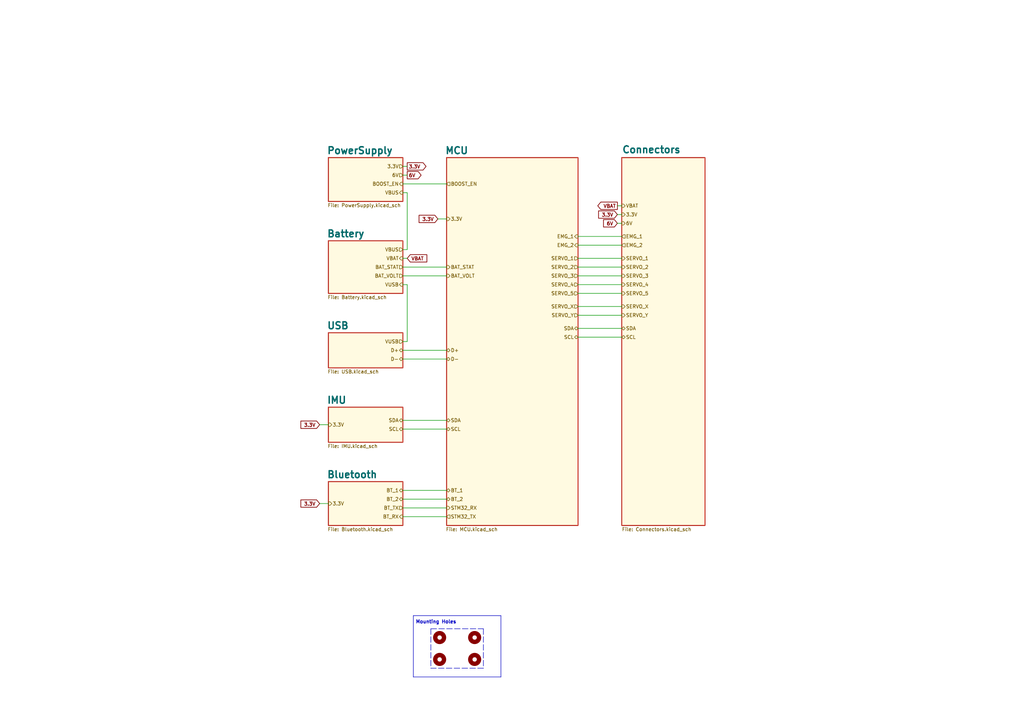
<source format=kicad_sch>
(kicad_sch (version 20201015) (generator eeschema)
  (paper "A4")
  (title_block (title "BioniX Controller") (date "2020-10-20") (rev "1") (company "Drawn by: Hojadurdy Durdygylyjov") (comment 1 "Main Controller Board for BioniX Prosthetic Arm with Linear Actuators.") (comment 2 "CC Attribution-ShareAlike 4.0 International"))
  (lib_symbols
    (symbol "Mechanical:MountingHole" (pin_names (offset 1.016))
      (property "Reference" "H" (at 0 5.08 0))
      (property "Value" "MountingHole" (at 0 3.175 0))
      (symbol "MountingHole_0_1"
        (circle (center 0 0) (radius 1.27) (stroke (width 1.27)))
      )
    )
  )
  (wire (pts (xy 92.71 123.19) (xy 95.25 123.19)))
  (wire (pts (xy 92.71 146.05) (xy 95.25 146.05)))
  (wire (pts (xy 116.84 48.26) (xy 118.11 48.26)))
  (wire (pts (xy 116.84 50.8) (xy 118.11 50.8)))
  (wire (pts (xy 116.84 53.34) (xy 129.54 53.34)))
  (wire (pts (xy 116.84 55.88) (xy 118.11 55.88)))
  (wire (pts (xy 116.84 72.39) (xy 118.11 72.39)))
  (wire (pts (xy 116.84 74.93) (xy 118.11 74.93)))
  (wire (pts (xy 116.84 77.47) (xy 129.54 77.47)))
  (wire (pts (xy 116.84 80.01) (xy 129.54 80.01)))
  (wire (pts (xy 116.84 99.06) (xy 118.11 99.06)))
  (wire (pts (xy 116.84 101.6) (xy 129.54 101.6)))
  (wire (pts (xy 116.84 104.14) (xy 129.54 104.14)))
  (wire (pts (xy 116.84 121.92) (xy 129.54 121.92)))
  (wire (pts (xy 116.84 124.46) (xy 129.54 124.46)))
  (wire (pts (xy 116.84 142.24) (xy 129.54 142.24)))
  (wire (pts (xy 116.84 144.78) (xy 129.54 144.78)))
  (wire (pts (xy 116.84 147.32) (xy 129.54 147.32)))
  (wire (pts (xy 116.84 149.86) (xy 129.54 149.86)))
  (wire (pts (xy 118.11 72.39) (xy 118.11 55.88)))
  (wire (pts (xy 118.11 82.55) (xy 116.84 82.55)))
  (wire (pts (xy 118.11 99.06) (xy 118.11 82.55)))
  (wire (pts (xy 127 63.5) (xy 129.54 63.5)))
  (wire (pts (xy 167.64 68.58) (xy 180.34 68.58)))
  (wire (pts (xy 167.64 71.12) (xy 180.34 71.12)))
  (wire (pts (xy 167.64 74.93) (xy 180.34 74.93)))
  (wire (pts (xy 167.64 77.47) (xy 180.34 77.47)))
  (wire (pts (xy 167.64 80.01) (xy 180.34 80.01)))
  (wire (pts (xy 167.64 82.55) (xy 180.34 82.55)))
  (wire (pts (xy 167.64 85.09) (xy 180.34 85.09)))
  (wire (pts (xy 167.64 88.9) (xy 180.34 88.9)))
  (wire (pts (xy 167.64 91.44) (xy 180.34 91.44)))
  (wire (pts (xy 167.64 95.25) (xy 180.34 95.25)))
  (wire (pts (xy 167.64 97.79) (xy 180.34 97.79)))
  (wire (pts (xy 179.07 59.69) (xy 180.34 59.69)))
  (wire (pts (xy 179.07 62.23) (xy 180.34 62.23)))
  (wire (pts (xy 179.07 64.77) (xy 180.34 64.77)))
  (polyline (pts (xy 119.888 178.562) (xy 119.888 196.342)) (stroke (width 0.152) (type solid)))
  (polyline (pts (xy 119.888 178.562) (xy 145.288 178.562)) (stroke (width 0.152) (type solid)))
  (polyline (pts (xy 119.888 196.342) (xy 145.288 196.342)) (stroke (width 0.152) (type solid)))
  (polyline (pts (xy 124.968 182.372) (xy 124.968 193.802)) (stroke (width 0.152) (type dash)))
  (polyline (pts (xy 124.968 182.372) (xy 140.208 182.372)) (stroke (width 0.152) (type dash)))
  (polyline (pts (xy 140.208 182.372) (xy 140.208 193.802)) (stroke (width 0.152) (type dash)))
  (polyline (pts (xy 140.208 193.802) (xy 124.968 193.802)) (stroke (width 0.152) (type dash)))
  (polyline (pts (xy 145.288 196.342) (xy 145.288 178.562)) (stroke (width 0.152) (type solid)))
  (text "Mounting Holes" (at 120.523 181.102 0) (effects (font (size 1 1) (thickness 0.2) bold) (justify left bottom)))
  (global_label "3.3V" (shape input) (at 92.71 123.19 180) (property "Intersheet References" "${INTERSHEET_REFS}" (effects hide)) (effects (font (size 1 1) (thickness 0.2) bold)))
  (global_label "3.3V" (shape input) (at 92.71 146.05 180) (property "Intersheet References" "${INTERSHEET_REFS}" (effects hide)) (effects (font (size 1 1) (thickness 0.2) bold)))
  (global_label "3.3V" (shape output) (at 118.11 48.26 0) (property "Intersheet References" "${INTERSHEET_REFS}" (effects hide)) (effects (font (size 1 1) (thickness 0.2) bold)))
  (global_label "6V" (shape output) (at 118.11 50.8 0) (property "Intersheet References" "${INTERSHEET_REFS}" (effects hide)) (effects (font (size 1 1) (thickness 0.2) bold)))
  (global_label "VBAT" (shape input) (at 118.11 74.93 0) (property "Intersheet References" "${INTERSHEET_REFS}" (effects hide)) (effects (font (size 1 1) (thickness 0.2) bold)))
  (global_label "3.3V" (shape input) (at 127 63.5 180) (property "Intersheet References" "${INTERSHEET_REFS}" (effects hide)) (effects (font (size 1 1) (thickness 0.2) bold)))
  (global_label "VBAT" (shape output) (at 179.07 59.69 180) (property "Intersheet References" "${INTERSHEET_REFS}" (effects hide)) (effects (font (size 1 1) (thickness 0.2) bold)))
  (global_label "3.3V" (shape input) (at 179.07 62.23 180) (property "Intersheet References" "${INTERSHEET_REFS}" (effects hide)) (effects (font (size 1 1) (thickness 0.2) bold)))
  (global_label "6V" (shape input) (at 179.07 64.77 180) (property "Intersheet References" "${INTERSHEET_REFS}" (effects hide)) (effects (font (size 1 1) (thickness 0.2) bold)))
  (hierarchical_label "3.3V" (shape output) (at 95.25 123.19 0) (effects (font (size 1 1))))
  (hierarchical_label "3.3V" (shape output) (at 95.25 146.05 0) (effects (font (size 1 1))))
  (hierarchical_label "3.3V" (shape input) (at 116.84 48.26 180) (effects (font (size 1 1))))
  (hierarchical_label "6V" (shape input) (at 116.84 50.8 180) (effects (font (size 1 1))))
  (hierarchical_label "BOOST_EN" (shape output) (at 116.84 53.34 180) (effects (font (size 1 1))))
  (hierarchical_label "VBUS" (shape output) (at 116.84 55.88 180) (effects (font (size 1 1))))
  (hierarchical_label "VBUS" (shape input) (at 116.84 72.39 180) (effects (font (size 1 1))))
  (hierarchical_label "VBAT" (shape output) (at 116.84 74.93 180) (effects (font (size 1 1))))
  (hierarchical_label "BAT_STAT" (shape input) (at 116.84 77.47 180) (effects (font (size 1 1))))
  (hierarchical_label "BAT_VOLT" (shape input) (at 116.84 80.01 180) (effects (font (size 1 1))))
  (hierarchical_label "VUSB" (shape output) (at 116.84 82.55 180) (effects (font (size 1 1))))
  (hierarchical_label "VUSB" (shape input) (at 116.84 99.06 180) (effects (font (size 1 1))))
  (hierarchical_label "D+" (shape bidirectional) (at 116.84 101.6 180) (effects (font (size 1 1))))
  (hierarchical_label "D-" (shape bidirectional) (at 116.84 104.14 180) (effects (font (size 1 1))))
  (hierarchical_label "SDA" (shape bidirectional) (at 116.84 121.92 180) (effects (font (size 1 1))))
  (hierarchical_label "SCL" (shape bidirectional) (at 116.84 124.46 180) (effects (font (size 1 1))))
  (hierarchical_label "BT_1" (shape bidirectional) (at 116.84 142.24 180) (effects (font (size 1 1))))
  (hierarchical_label "BT_2" (shape bidirectional) (at 116.84 144.78 180) (effects (font (size 1 1))))
  (hierarchical_label "BT_TX" (shape input) (at 116.84 147.32 180) (effects (font (size 1 1))))
  (hierarchical_label "BT_RX" (shape output) (at 116.84 149.86 180) (effects (font (size 1 1))))
  (hierarchical_label "BOOST_EN" (shape input) (at 129.54 53.34 0) (effects (font (size 1 1))))
  (hierarchical_label "3.3V" (shape output) (at 129.54 63.5 0) (effects (font (size 1 1))))
  (hierarchical_label "BAT_STAT" (shape output) (at 129.54 77.47 0) (effects (font (size 1 1))))
  (hierarchical_label "BAT_VOLT" (shape output) (at 129.54 80.01 0) (effects (font (size 1 1))))
  (hierarchical_label "D+" (shape bidirectional) (at 129.54 101.6 0) (effects (font (size 1 1))))
  (hierarchical_label "D-" (shape bidirectional) (at 129.54 104.14 0) (effects (font (size 1 1))))
  (hierarchical_label "SDA" (shape bidirectional) (at 129.54 121.92 0) (effects (font (size 1 1))))
  (hierarchical_label "SCL" (shape bidirectional) (at 129.54 124.46 0) (effects (font (size 1 1))))
  (hierarchical_label "BT_1" (shape bidirectional) (at 129.54 142.24 0) (effects (font (size 1 1))))
  (hierarchical_label "BT_2" (shape bidirectional) (at 129.54 144.78 0) (effects (font (size 1 1))))
  (hierarchical_label "STM32_RX" (shape output) (at 129.54 147.32 0) (effects (font (size 1 1))))
  (hierarchical_label "STM32_TX" (shape input) (at 129.54 149.86 0) (effects (font (size 1 1))))
  (hierarchical_label "EMG_1" (shape output) (at 167.64 68.58 180) (effects (font (size 1 1))))
  (hierarchical_label "EMG_2" (shape output) (at 167.64 71.12 180) (effects (font (size 1 1))))
  (hierarchical_label "SERVO_1" (shape input) (at 167.64 74.93 180) (effects (font (size 1 1))))
  (hierarchical_label "SERVO_2" (shape input) (at 167.64 77.47 180) (effects (font (size 1 1))))
  (hierarchical_label "SERVO_3" (shape input) (at 167.64 80.01 180) (effects (font (size 1 1))))
  (hierarchical_label "SERVO_4" (shape input) (at 167.64 82.55 180) (effects (font (size 1 1))))
  (hierarchical_label "SERVO_5" (shape input) (at 167.64 85.09 180) (effects (font (size 1 1))))
  (hierarchical_label "SERVO_X" (shape input) (at 167.64 88.9 180) (effects (font (size 1 1))))
  (hierarchical_label "SERVO_Y" (shape input) (at 167.64 91.44 180) (effects (font (size 1 1))))
  (hierarchical_label "SDA" (shape bidirectional) (at 167.64 95.25 180) (effects (font (size 1 1))))
  (hierarchical_label "SCL" (shape bidirectional) (at 167.64 97.79 180) (effects (font (size 1 1))))
  (hierarchical_label "VBAT" (shape output) (at 180.34 59.69 0) (effects (font (size 1 1))))
  (hierarchical_label "3.3V" (shape output) (at 180.34 62.23 0) (effects (font (size 1 1))))
  (hierarchical_label "6V" (shape output) (at 180.34 64.77 0) (effects (font (size 1 1))))
  (hierarchical_label "EMG_1" (shape input) (at 180.34 68.58 0) (effects (font (size 1 1))))
  (hierarchical_label "EMG_2" (shape input) (at 180.34 71.12 0) (effects (font (size 1 1))))
  (hierarchical_label "SERVO_1" (shape output) (at 180.34 74.93 0) (effects (font (size 1 1))))
  (hierarchical_label "SERVO_2" (shape output) (at 180.34 77.47 0) (effects (font (size 1 1))))
  (hierarchical_label "SERVO_3" (shape output) (at 180.34 80.01 0) (effects (font (size 1 1))))
  (hierarchical_label "SERVO_4" (shape output) (at 180.34 82.55 0) (effects (font (size 1 1))))
  (hierarchical_label "SERVO_5" (shape output) (at 180.34 85.09 0) (effects (font (size 1 1))))
  (hierarchical_label "SERVO_X" (shape output) (at 180.34 88.9 0) (effects (font (size 1 1))))
  (hierarchical_label "SERVO_Y" (shape output) (at 180.34 91.44 0) (effects (font (size 1 1))))
  (hierarchical_label "SDA" (shape bidirectional) (at 180.34 95.25 0) (effects (font (size 1 1))))
  (hierarchical_label "SCL" (shape bidirectional) (at 180.34 97.79 0) (effects (font (size 1 1))))
  (symbol (lib_id "Mechanical:MountingHole") (at 127.508 184.912 0) (unit 1)
    (property "Reference" "H1" (effects hide))
    (property "Value" "MountingHole" (effects hide))
    (property "Footprint" "HD_ModDB:MountingHole_2.2mm_M2_Pad_Via" (effects hide))
  )
  (symbol (lib_id "Mechanical:MountingHole") (at 127.508 191.262 0) (unit 1)
    (property "Reference" "H2" (effects hide))
    (property "Value" "MountingHole" (effects hide))
    (property "Footprint" "HD_ModDB:MountingHole_2.2mm_M2_Pad_Via" (effects hide))
  )
  (symbol (lib_id "Mechanical:MountingHole") (at 137.668 184.912 0) (unit 1)
    (property "Reference" "H3" (effects hide))
    (property "Value" "MountingHole" (effects hide))
    (property "Footprint" "HD_ModDB:MountingHole_2.2mm_M2_Pad_Via" (effects hide))
  )
  (symbol (lib_id "Mechanical:MountingHole") (at 137.668 191.262 0) (unit 1)
    (property "Reference" "H4" (effects hide))
    (property "Value" "MountingHole" (effects hide))
    (property "Footprint" "HD_ModDB:MountingHole_2.2mm_M2_Pad_Via" (effects hide))
  )
  (sheet (at 95.25 69.85) (size 21.59 15.24) (stroke (width 0.3) (color 186 42 31 1)) (fill (color 255 250 225 1.0000))
    (property "Sheet name" "Battery" (at 94.742 68.9536 0) (effects (font (size 2 2) bold) (justify left bottom)))
    (property "Sheet file" "Battery.kicad_sch" (at 94.996 85.6404 0) (effects (font (size 1 1)) (justify left top)))
  )
  (sheet (at 95.25 139.7) (size 21.59 12.7) (stroke (width 0.3) (color 186 42 31 1)) (fill (color 255 250 225 1.0000))
    (property "Sheet name" "Bluetooth" (at 94.742 138.8036 0) (effects (font (size 2 2) bold) (justify left bottom)))
    (property "Sheet file" "Bluetooth.kicad_sch" (at 94.996 152.9504 0) (effects (font (size 1 1)) (justify left top)))
  )
  (sheet (at 180.34 45.72) (size 24.13 106.68) (stroke (width 0.3) (color 186 42 31 1)) (fill (color 255 250 225 1.0000))
    (property "Sheet name" "Connectors" (at 180.34 44.5696 0) (effects (font (size 2 2) bold) (justify left bottom)))
    (property "Sheet file" "Connectors.kicad_sch" (at 180.34 152.9504 0) (effects (font (size 1 1)) (justify left top)))
  )
  (sheet (at 95.25 118.11) (size 21.59 10.16) (stroke (width 0.3) (color 186 42 31 1)) (fill (color 255 250 225 1.0000))
    (property "Sheet name" "IMU" (at 94.742 117.2136 0) (effects (font (size 2 2) bold) (justify left bottom)))
    (property "Sheet file" "IMU.kicad_sch" (at 94.996 128.8204 0) (effects (font (size 1 1)) (justify left top)))
  )
  (sheet (at 129.54 45.72) (size 38.1 106.68) (stroke (width 0.3) (color 186 42 31 1)) (fill (color 255 250 225 1.0000))
    (property "Sheet name" "MCU" (at 129.032 44.8236 0) (effects (font (size 2 2) bold) (justify left bottom)))
    (property "Sheet file" "MCU.kicad_sch" (at 129.286 152.9504 0) (effects (font (size 1 1)) (justify left top)))
  )
  (sheet (at 95.25 45.72) (size 21.59 12.7) (stroke (width 0.3) (color 186 42 31 1)) (fill (color 255 250 225 1.0000))
    (property "Sheet name" "PowerSupply" (at 94.742 44.8236 0) (effects (font (size 2 2) bold) (justify left bottom)))
    (property "Sheet file" "PowerSupply.kicad_sch" (at 94.996 58.9704 0) (effects (font (size 1 1)) (justify left top)))
  )
  (sheet (at 95.25 96.52) (size 21.59 10.16) (stroke (width 0.3) (color 186 42 31 1)) (fill (color 255 250 225 1.0000))
    (property "Sheet name" "USB" (at 94.742 95.608 0) (effects (font (size 2 2) bold) (justify left bottom)))
    (property "Sheet file" "USB.kicad_sch" (at 94.996 107.211 0) (effects (font (size 1 1)) (justify left top)))
  )
)
</source>
